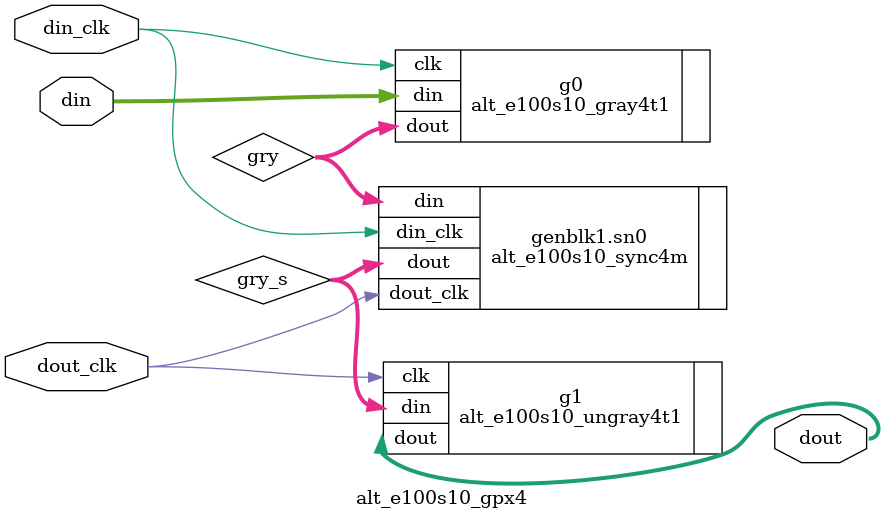
<source format=v>




`timescale 1ps/1ps

// DESCRIPTION
// Gray pointer clock domain crossing. 4 bits wide.
// Generated by one of Gregg's toys.   Share And Enjoy.

module alt_e100s10_gpx4 #(
    parameter SIM_CLK_JITTER = 1'b0,
    parameter SIM_EMULATE = 1'b0
) (
    input din_clk,
    input [3:0] din,
    input dout_clk,
    output [3:0] dout
);

// convert to gray
wire [3:0] gry;
alt_e100s10_gray4t1 g0 (
    .clk(din_clk),
    .din(din),
    .dout(gry)
);
defparam g0 .SIM_EMULATE = SIM_EMULATE;

// cross domains
wire [3:0] gry_s;
generate
if (SIM_CLK_JITTER) begin
    // simulation only option, pretend to have clock jitter
    alt_e100s10_sync4j sn0 (
        .din_clk(din_clk),
        .din(gry),
        .dout_clk(dout_clk),
        .dout(gry_s)
    );
    defparam sn0 .SIM_EMULATE = SIM_EMULATE;

end else begin
    // regular MLAB synchronizer
    alt_e100s10_sync4m sn0 (
        .din_clk(din_clk),
        .din(gry),
        .dout_clk(dout_clk),
        .dout(gry_s)
    );
    defparam sn0 .SIM_EMULATE = SIM_EMULATE;

end
endgenerate

// convert back from gray
alt_e100s10_ungray4t1 g1 (
    .clk(dout_clk),
    .din(gry_s),
    .dout(dout)
);
defparam g1 .SIM_EMULATE = SIM_EMULATE;

endmodule


</source>
